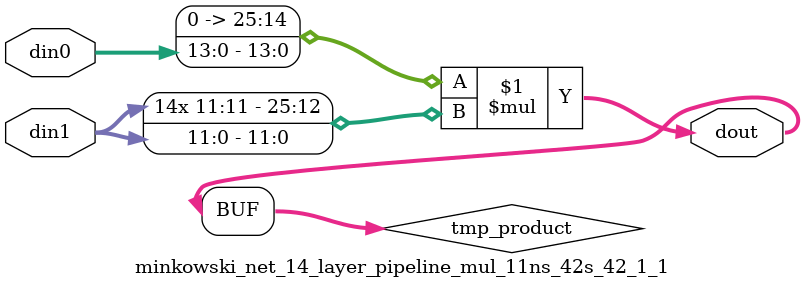
<source format=v>

`timescale 1 ns / 1 ps

 module minkowski_net_14_layer_pipeline_mul_11ns_42s_42_1_1(din0, din1, dout);
parameter ID = 1;
parameter NUM_STAGE = 0;
parameter din0_WIDTH = 14;
parameter din1_WIDTH = 12;
parameter dout_WIDTH = 26;

input [din0_WIDTH - 1 : 0] din0; 
input [din1_WIDTH - 1 : 0] din1; 
output [dout_WIDTH - 1 : 0] dout;

wire signed [dout_WIDTH - 1 : 0] tmp_product;

























assign tmp_product = $signed({1'b0, din0}) * $signed(din1);










assign dout = tmp_product;





















endmodule

</source>
